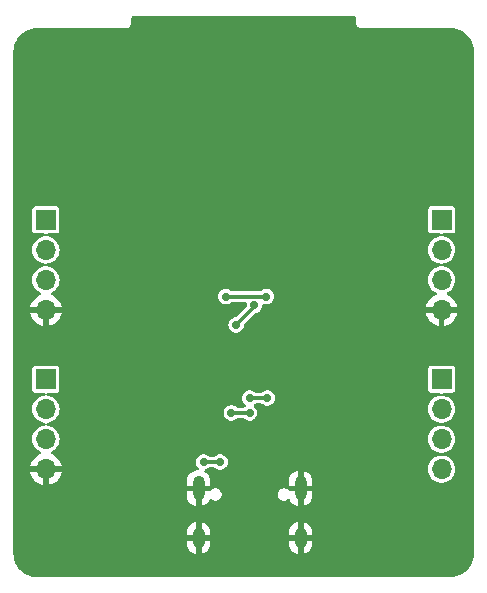
<source format=gbr>
%TF.GenerationSoftware,KiCad,Pcbnew,8.0.6*%
%TF.CreationDate,2024-11-08T16:37:23+02:00*%
%TF.ProjectId,MiniBit,4d696e69-4269-4742-9e6b-696361645f70,1.0*%
%TF.SameCoordinates,Original*%
%TF.FileFunction,Copper,L2,Bot*%
%TF.FilePolarity,Positive*%
%FSLAX46Y46*%
G04 Gerber Fmt 4.6, Leading zero omitted, Abs format (unit mm)*
G04 Created by KiCad (PCBNEW 8.0.6) date 2024-11-08 16:37:23*
%MOMM*%
%LPD*%
G01*
G04 APERTURE LIST*
%TA.AperFunction,ComponentPad*%
%ADD10R,1.700000X1.700000*%
%TD*%
%TA.AperFunction,ComponentPad*%
%ADD11O,1.700000X1.700000*%
%TD*%
%TA.AperFunction,ComponentPad*%
%ADD12O,1.000000X2.100000*%
%TD*%
%TA.AperFunction,ComponentPad*%
%ADD13O,1.000000X1.800000*%
%TD*%
%TA.AperFunction,ViaPad*%
%ADD14C,0.700000*%
%TD*%
%TA.AperFunction,Conductor*%
%ADD15C,0.300000*%
%TD*%
G04 APERTURE END LIST*
D10*
%TO.P,J1,1,Pin_1*%
%TO.N,+3.3V*%
X131250000Y-101006250D03*
D11*
%TO.P,J1,2,Pin_2*%
%TO.N,SDA*%
X131250000Y-103546250D03*
%TO.P,J1,3,Pin_3*%
%TO.N,SCL*%
X131250000Y-106086250D03*
%TO.P,J1,4,Pin_4*%
%TO.N,GND*%
X131250000Y-108626250D03*
%TD*%
D10*
%TO.P,J3,1,Pin_1*%
%TO.N,TCK*%
X164750000Y-101006250D03*
D11*
%TO.P,J3,2,Pin_2*%
%TO.N,TDO*%
X164750000Y-103546250D03*
%TO.P,J3,3,Pin_3*%
%TO.N,TDI*%
X164750000Y-106086250D03*
%TO.P,J3,4,Pin_4*%
%TO.N,TMS*%
X164750000Y-108626250D03*
%TD*%
D10*
%TO.P,J4,1,Pin_1*%
%TO.N,+3.3V*%
X131250000Y-87506250D03*
D11*
%TO.P,J4,2,Pin_2*%
%TO.N,IO4*%
X131250000Y-90046250D03*
%TO.P,J4,3,Pin_3*%
%TO.N,IO5*%
X131250000Y-92586250D03*
%TO.P,J4,4,Pin_4*%
%TO.N,GND*%
X131250000Y-95126250D03*
%TD*%
D10*
%TO.P,J2,1,Pin_1*%
%TO.N,+3.3V*%
X164750000Y-87506250D03*
D11*
%TO.P,J2,2,Pin_2*%
%TO.N,RX*%
X164750000Y-90046250D03*
%TO.P,J2,3,Pin_3*%
%TO.N,TX*%
X164750000Y-92586250D03*
%TO.P,J2,4,Pin_4*%
%TO.N,GND*%
X164750000Y-95126250D03*
%TD*%
D12*
%TO.P,J5,S1,SHIELD*%
%TO.N,GND*%
X144180000Y-110251250D03*
D13*
X144180000Y-114431250D03*
D12*
X152820000Y-110251250D03*
D13*
X152820000Y-114431250D03*
%TD*%
D14*
%TO.N,GND*%
X153800000Y-73556250D03*
X144900000Y-77756250D03*
X142750000Y-101256250D03*
X160500000Y-78256250D03*
X148250000Y-101506250D03*
X139500000Y-70856250D03*
X141000000Y-86156250D03*
X156300000Y-70856250D03*
X142750000Y-104256250D03*
X136250000Y-81006250D03*
X145000000Y-92256250D03*
X142250000Y-88006250D03*
X142000000Y-71856250D03*
X147900000Y-80856250D03*
X149500000Y-74756250D03*
X150900000Y-77856250D03*
X155000000Y-86356250D03*
X157000000Y-73756250D03*
X139000000Y-77256250D03*
X143250000Y-97506250D03*
X153900000Y-74456250D03*
X146200000Y-74756250D03*
X151500000Y-92256250D03*
X147900000Y-74756250D03*
X142000000Y-72756250D03*
X146300000Y-80756250D03*
X150900000Y-79456250D03*
%TO.N,+3.3V*%
X149900000Y-94006250D03*
X146500000Y-94006250D03*
%TO.N,VBUS*%
X146000000Y-108006250D03*
X144600000Y-108006250D03*
%TO.N,USB_D+*%
X147350000Y-96400000D03*
X148900000Y-94750000D03*
%TO.N,D-*%
X148500000Y-103850000D03*
X146950000Y-103850000D03*
%TO.N,D+*%
X148500000Y-102600000D03*
X150000000Y-102600000D03*
%TD*%
D15*
%TO.N,+3.3V*%
X146500000Y-94006250D02*
X149900000Y-94006250D01*
%TO.N,VBUS*%
X146000000Y-108006250D02*
X144600000Y-108006250D01*
%TO.N,USB_D+*%
X148900000Y-94750000D02*
X148900000Y-94850000D01*
X148900000Y-94850000D02*
X147350000Y-96400000D01*
%TO.N,D-*%
X146950000Y-103850000D02*
X148500000Y-103850000D01*
%TO.N,D+*%
X150000000Y-102600000D02*
X148500000Y-102600000D01*
%TD*%
%TA.AperFunction,Conductor*%
%TO.N,GND*%
G36*
X157442539Y-70275935D02*
G01*
X157488294Y-70328739D01*
X157499500Y-70380250D01*
X157499500Y-70822141D01*
X157533608Y-70949437D01*
X157566554Y-71006500D01*
X157599500Y-71063564D01*
X157692686Y-71156750D01*
X157806814Y-71222642D01*
X157934108Y-71256750D01*
X158065892Y-71256750D01*
X165434108Y-71256750D01*
X165495933Y-71256750D01*
X165504043Y-71257015D01*
X165752892Y-71273325D01*
X165768950Y-71275440D01*
X166009540Y-71323297D01*
X166025184Y-71327488D01*
X166257471Y-71406340D01*
X166272452Y-71412546D01*
X166492447Y-71521037D01*
X166506490Y-71529145D01*
X166710446Y-71665428D01*
X166723313Y-71675301D01*
X166907727Y-71837029D01*
X166919197Y-71848499D01*
X167080901Y-72032891D01*
X167080928Y-72032921D01*
X167090802Y-72045790D01*
X167227071Y-72249738D01*
X167235181Y-72263785D01*
X167343666Y-72483780D01*
X167349873Y-72498765D01*
X167428716Y-72731039D01*
X167432914Y-72746707D01*
X167480763Y-72987283D01*
X167482880Y-73003365D01*
X167499234Y-73252957D01*
X167499499Y-73261066D01*
X167499498Y-73330755D01*
X167499500Y-73330784D01*
X167499500Y-115682750D01*
X167499498Y-115682784D01*
X167499499Y-115752196D01*
X167499234Y-115760305D01*
X167482930Y-116009141D01*
X167480813Y-116025224D01*
X167432961Y-116265808D01*
X167428763Y-116281474D01*
X167349921Y-116513750D01*
X167343714Y-116528736D01*
X167235225Y-116748738D01*
X167227115Y-116762785D01*
X167090841Y-116966739D01*
X167080967Y-116979608D01*
X166919231Y-117164036D01*
X166907762Y-117175505D01*
X166723343Y-117337240D01*
X166710474Y-117347115D01*
X166506518Y-117483396D01*
X166492471Y-117491506D01*
X166272473Y-117599998D01*
X166257488Y-117606205D01*
X166025210Y-117685054D01*
X166009543Y-117689252D01*
X165768967Y-117737107D01*
X165752885Y-117739225D01*
X165504806Y-117755485D01*
X165496696Y-117755750D01*
X130504067Y-117755750D01*
X130495957Y-117755484D01*
X130247119Y-117739174D01*
X130231038Y-117737057D01*
X130105491Y-117712084D01*
X129990470Y-117689204D01*
X129974803Y-117685007D01*
X129742530Y-117606159D01*
X129727545Y-117599952D01*
X129507557Y-117491465D01*
X129493509Y-117483354D01*
X129289553Y-117347071D01*
X129276686Y-117337198D01*
X129092272Y-117175470D01*
X129080802Y-117164000D01*
X129042486Y-117120308D01*
X128919067Y-116979573D01*
X128909201Y-116966714D01*
X128772927Y-116762760D01*
X128764818Y-116748714D01*
X128656333Y-116528719D01*
X128650126Y-116513734D01*
X128571283Y-116281460D01*
X128567085Y-116265792D01*
X128559225Y-116226272D01*
X128519234Y-116025207D01*
X128517120Y-116009141D01*
X128500764Y-115759540D01*
X128500500Y-115751431D01*
X128500502Y-115690368D01*
X128500500Y-115690363D01*
X128500501Y-115682784D01*
X128500500Y-115682750D01*
X128500500Y-113932754D01*
X143180000Y-113932754D01*
X143180000Y-114181250D01*
X143880000Y-114181250D01*
X143880000Y-114681250D01*
X143180000Y-114681250D01*
X143180000Y-114929745D01*
X143218427Y-115122931D01*
X143218430Y-115122943D01*
X143293807Y-115304921D01*
X143293814Y-115304934D01*
X143403248Y-115468712D01*
X143403251Y-115468716D01*
X143542533Y-115607998D01*
X143542537Y-115608001D01*
X143706315Y-115717435D01*
X143706328Y-115717442D01*
X143888308Y-115792819D01*
X143930000Y-115801112D01*
X143930000Y-114998238D01*
X143939940Y-115015455D01*
X143995795Y-115071310D01*
X144064204Y-115110806D01*
X144140504Y-115131250D01*
X144219496Y-115131250D01*
X144295796Y-115110806D01*
X144364205Y-115071310D01*
X144420060Y-115015455D01*
X144430000Y-114998238D01*
X144430000Y-115801112D01*
X144471690Y-115792819D01*
X144471692Y-115792819D01*
X144653671Y-115717442D01*
X144653684Y-115717435D01*
X144817462Y-115608001D01*
X144817466Y-115607998D01*
X144956748Y-115468716D01*
X144956751Y-115468712D01*
X145066185Y-115304934D01*
X145066192Y-115304921D01*
X145141569Y-115122943D01*
X145141572Y-115122931D01*
X145179999Y-114929745D01*
X145180000Y-114929742D01*
X145180000Y-114681250D01*
X144480000Y-114681250D01*
X144480000Y-114181250D01*
X145180000Y-114181250D01*
X145180000Y-113932758D01*
X145179999Y-113932754D01*
X151820000Y-113932754D01*
X151820000Y-114181250D01*
X152520000Y-114181250D01*
X152520000Y-114681250D01*
X151820000Y-114681250D01*
X151820000Y-114929745D01*
X151858427Y-115122931D01*
X151858430Y-115122943D01*
X151933807Y-115304921D01*
X151933814Y-115304934D01*
X152043248Y-115468712D01*
X152043251Y-115468716D01*
X152182533Y-115607998D01*
X152182537Y-115608001D01*
X152346315Y-115717435D01*
X152346328Y-115717442D01*
X152528308Y-115792819D01*
X152570000Y-115801112D01*
X152570000Y-114998238D01*
X152579940Y-115015455D01*
X152635795Y-115071310D01*
X152704204Y-115110806D01*
X152780504Y-115131250D01*
X152859496Y-115131250D01*
X152935796Y-115110806D01*
X153004205Y-115071310D01*
X153060060Y-115015455D01*
X153070000Y-114998238D01*
X153070000Y-115801112D01*
X153111690Y-115792819D01*
X153111692Y-115792819D01*
X153293671Y-115717442D01*
X153293684Y-115717435D01*
X153457462Y-115608001D01*
X153457466Y-115607998D01*
X153596748Y-115468716D01*
X153596751Y-115468712D01*
X153706185Y-115304934D01*
X153706192Y-115304921D01*
X153781569Y-115122943D01*
X153781572Y-115122931D01*
X153819999Y-114929745D01*
X153820000Y-114929742D01*
X153820000Y-114681250D01*
X153120000Y-114681250D01*
X153120000Y-114181250D01*
X153820000Y-114181250D01*
X153820000Y-113932758D01*
X153819999Y-113932754D01*
X153781572Y-113739568D01*
X153781569Y-113739556D01*
X153706192Y-113557578D01*
X153706185Y-113557565D01*
X153596751Y-113393787D01*
X153596748Y-113393783D01*
X153457466Y-113254501D01*
X153457462Y-113254498D01*
X153293684Y-113145064D01*
X153293671Y-113145057D01*
X153111691Y-113069679D01*
X153111683Y-113069677D01*
X153070000Y-113061385D01*
X153070000Y-113864261D01*
X153060060Y-113847045D01*
X153004205Y-113791190D01*
X152935796Y-113751694D01*
X152859496Y-113731250D01*
X152780504Y-113731250D01*
X152704204Y-113751694D01*
X152635795Y-113791190D01*
X152579940Y-113847045D01*
X152570000Y-113864261D01*
X152570000Y-113061386D01*
X152569999Y-113061385D01*
X152528316Y-113069677D01*
X152528308Y-113069679D01*
X152346328Y-113145057D01*
X152346315Y-113145064D01*
X152182537Y-113254498D01*
X152182533Y-113254501D01*
X152043251Y-113393783D01*
X152043248Y-113393787D01*
X151933814Y-113557565D01*
X151933807Y-113557578D01*
X151858430Y-113739556D01*
X151858427Y-113739568D01*
X151820000Y-113932754D01*
X145179999Y-113932754D01*
X145141572Y-113739568D01*
X145141569Y-113739556D01*
X145066192Y-113557578D01*
X145066185Y-113557565D01*
X144956751Y-113393787D01*
X144956748Y-113393783D01*
X144817466Y-113254501D01*
X144817462Y-113254498D01*
X144653684Y-113145064D01*
X144653671Y-113145057D01*
X144471691Y-113069679D01*
X144471683Y-113069677D01*
X144430000Y-113061385D01*
X144430000Y-113864261D01*
X144420060Y-113847045D01*
X144364205Y-113791190D01*
X144295796Y-113751694D01*
X144219496Y-113731250D01*
X144140504Y-113731250D01*
X144064204Y-113751694D01*
X143995795Y-113791190D01*
X143939940Y-113847045D01*
X143930000Y-113864261D01*
X143930000Y-113061386D01*
X143929999Y-113061385D01*
X143888316Y-113069677D01*
X143888308Y-113069679D01*
X143706328Y-113145057D01*
X143706315Y-113145064D01*
X143542537Y-113254498D01*
X143542533Y-113254501D01*
X143403251Y-113393783D01*
X143403248Y-113393787D01*
X143293814Y-113557565D01*
X143293807Y-113557578D01*
X143218430Y-113739556D01*
X143218427Y-113739568D01*
X143180000Y-113932754D01*
X128500500Y-113932754D01*
X128500500Y-108376249D01*
X129919364Y-108376249D01*
X129919364Y-108376250D01*
X130816988Y-108376250D01*
X130784075Y-108433257D01*
X130750000Y-108560424D01*
X130750000Y-108692076D01*
X130784075Y-108819243D01*
X130816988Y-108876250D01*
X129919364Y-108876250D01*
X129976567Y-109089736D01*
X129976570Y-109089742D01*
X130076399Y-109303828D01*
X130211894Y-109497332D01*
X130378917Y-109664355D01*
X130572421Y-109799850D01*
X130786507Y-109899679D01*
X130786516Y-109899683D01*
X131000000Y-109956884D01*
X131000000Y-109059262D01*
X131057007Y-109092175D01*
X131184174Y-109126250D01*
X131315826Y-109126250D01*
X131442993Y-109092175D01*
X131500000Y-109059262D01*
X131500000Y-109956883D01*
X131713483Y-109899683D01*
X131713492Y-109899679D01*
X131927578Y-109799850D01*
X132121082Y-109664355D01*
X132182683Y-109602754D01*
X143180000Y-109602754D01*
X143180000Y-110001250D01*
X143880000Y-110001250D01*
X143880000Y-110501250D01*
X143180000Y-110501250D01*
X143180000Y-110899745D01*
X143218427Y-111092931D01*
X143218430Y-111092943D01*
X143293807Y-111274921D01*
X143293814Y-111274934D01*
X143403248Y-111438712D01*
X143403251Y-111438716D01*
X143542533Y-111577998D01*
X143542537Y-111578001D01*
X143706315Y-111687435D01*
X143706328Y-111687442D01*
X143888308Y-111762819D01*
X143930000Y-111771112D01*
X143930000Y-110968238D01*
X143939940Y-110985455D01*
X143995795Y-111041310D01*
X144064204Y-111080806D01*
X144140504Y-111101250D01*
X144219496Y-111101250D01*
X144295796Y-111080806D01*
X144364205Y-111041310D01*
X144420060Y-110985455D01*
X144430000Y-110968238D01*
X144430000Y-111771112D01*
X144471690Y-111762819D01*
X144471692Y-111762819D01*
X144653671Y-111687442D01*
X144653684Y-111687435D01*
X144817462Y-111578001D01*
X144817466Y-111577998D01*
X144956748Y-111438716D01*
X144956751Y-111438712D01*
X145066185Y-111274934D01*
X145066190Y-111274924D01*
X145092480Y-111211453D01*
X145136320Y-111157048D01*
X145202614Y-111134982D01*
X145270313Y-111152260D01*
X145283933Y-111162840D01*
X145284328Y-111162326D01*
X145290768Y-111167267D01*
X145290774Y-111167273D01*
X145320725Y-111184565D01*
X145409322Y-111235717D01*
X145409323Y-111235717D01*
X145409326Y-111235719D01*
X145541554Y-111271150D01*
X145541556Y-111271150D01*
X145678444Y-111271150D01*
X145678446Y-111271150D01*
X145810674Y-111235719D01*
X145929226Y-111167273D01*
X146026023Y-111070476D01*
X146094469Y-110951924D01*
X146129900Y-110819696D01*
X146129900Y-110682804D01*
X150870100Y-110682804D01*
X150870100Y-110819696D01*
X150905531Y-110951924D01*
X150905532Y-110951927D01*
X150924890Y-110985455D01*
X150973977Y-111070476D01*
X151070774Y-111167273D01*
X151100725Y-111184565D01*
X151189322Y-111235717D01*
X151189323Y-111235717D01*
X151189326Y-111235719D01*
X151321554Y-111271150D01*
X151321556Y-111271150D01*
X151458444Y-111271150D01*
X151458446Y-111271150D01*
X151590674Y-111235719D01*
X151709226Y-111167273D01*
X151709234Y-111167264D01*
X151715672Y-111162326D01*
X151717416Y-111164598D01*
X151766565Y-111137744D01*
X151836258Y-111142709D01*
X151892203Y-111184565D01*
X151907518Y-111211451D01*
X151933807Y-111274922D01*
X151933814Y-111274934D01*
X152043248Y-111438712D01*
X152043251Y-111438716D01*
X152182533Y-111577998D01*
X152182537Y-111578001D01*
X152346315Y-111687435D01*
X152346328Y-111687442D01*
X152528308Y-111762819D01*
X152570000Y-111771112D01*
X152570000Y-110968238D01*
X152579940Y-110985455D01*
X152635795Y-111041310D01*
X152704204Y-111080806D01*
X152780504Y-111101250D01*
X152859496Y-111101250D01*
X152935796Y-111080806D01*
X153004205Y-111041310D01*
X153060060Y-110985455D01*
X153070000Y-110968238D01*
X153070000Y-111771112D01*
X153111690Y-111762819D01*
X153111692Y-111762819D01*
X153293671Y-111687442D01*
X153293684Y-111687435D01*
X153457462Y-111578001D01*
X153457466Y-111577998D01*
X153596748Y-111438716D01*
X153596751Y-111438712D01*
X153706185Y-111274934D01*
X153706192Y-111274921D01*
X153781569Y-111092943D01*
X153781572Y-111092931D01*
X153819999Y-110899745D01*
X153820000Y-110899742D01*
X153820000Y-110501250D01*
X153120000Y-110501250D01*
X153120000Y-110001250D01*
X153820000Y-110001250D01*
X153820000Y-109602758D01*
X153819999Y-109602754D01*
X153781572Y-109409568D01*
X153781569Y-109409556D01*
X153706192Y-109227578D01*
X153706185Y-109227565D01*
X153596751Y-109063787D01*
X153596748Y-109063783D01*
X153457466Y-108924501D01*
X153457462Y-108924498D01*
X153293684Y-108815064D01*
X153293671Y-108815057D01*
X153111691Y-108739679D01*
X153111683Y-108739677D01*
X153070000Y-108731385D01*
X153070000Y-109534261D01*
X153060060Y-109517045D01*
X153004205Y-109461190D01*
X152935796Y-109421694D01*
X152859496Y-109401250D01*
X152780504Y-109401250D01*
X152704204Y-109421694D01*
X152635795Y-109461190D01*
X152579940Y-109517045D01*
X152570000Y-109534261D01*
X152570000Y-108731386D01*
X152569999Y-108731385D01*
X152528316Y-108739677D01*
X152528308Y-108739679D01*
X152346328Y-108815057D01*
X152346315Y-108815064D01*
X152182537Y-108924498D01*
X152182533Y-108924501D01*
X152043251Y-109063783D01*
X152043248Y-109063787D01*
X151933814Y-109227565D01*
X151933807Y-109227578D01*
X151858430Y-109409556D01*
X151858427Y-109409568D01*
X151820000Y-109602754D01*
X151820000Y-110001250D01*
X152520000Y-110001250D01*
X152520000Y-110501250D01*
X151917582Y-110501250D01*
X151850543Y-110481565D01*
X151810196Y-110439252D01*
X151806023Y-110432024D01*
X151709226Y-110335227D01*
X151674003Y-110314891D01*
X151590677Y-110266782D01*
X151590678Y-110266782D01*
X151575051Y-110262594D01*
X151458446Y-110231350D01*
X151321554Y-110231350D01*
X151204948Y-110262594D01*
X151189322Y-110266782D01*
X151070777Y-110335225D01*
X151070771Y-110335229D01*
X150973979Y-110432021D01*
X150973975Y-110432027D01*
X150905532Y-110550572D01*
X150905531Y-110550576D01*
X150870100Y-110682804D01*
X146129900Y-110682804D01*
X146094469Y-110550576D01*
X146026023Y-110432024D01*
X145929226Y-110335227D01*
X145894003Y-110314891D01*
X145810677Y-110266782D01*
X145810678Y-110266782D01*
X145795051Y-110262594D01*
X145678446Y-110231350D01*
X145541554Y-110231350D01*
X145424948Y-110262594D01*
X145409322Y-110266782D01*
X145290777Y-110335225D01*
X145290771Y-110335229D01*
X145193979Y-110432021D01*
X145193977Y-110432024D01*
X145189803Y-110439252D01*
X145139238Y-110487466D01*
X145082418Y-110501250D01*
X144480000Y-110501250D01*
X144480000Y-110001250D01*
X145180000Y-110001250D01*
X145180000Y-109602758D01*
X145179999Y-109602754D01*
X145141572Y-109409568D01*
X145141569Y-109409556D01*
X145066192Y-109227578D01*
X145066185Y-109227565D01*
X144956751Y-109063787D01*
X144956748Y-109063783D01*
X144817466Y-108924501D01*
X144817462Y-108924498D01*
X144721201Y-108860178D01*
X144676396Y-108806566D01*
X144667689Y-108737241D01*
X144697844Y-108674213D01*
X144757287Y-108637494D01*
X144760418Y-108636679D01*
X144832365Y-108618946D01*
X144842762Y-108613489D01*
X144972240Y-108545533D01*
X145037256Y-108487933D01*
X145100490Y-108458213D01*
X145119483Y-108456750D01*
X145480517Y-108456750D01*
X145547556Y-108476435D01*
X145562741Y-108487932D01*
X145627760Y-108545533D01*
X145627762Y-108545534D01*
X145767634Y-108618946D01*
X145921014Y-108656750D01*
X145921015Y-108656750D01*
X146078985Y-108656750D01*
X146232365Y-108618946D01*
X146242762Y-108613489D01*
X146372240Y-108545533D01*
X146490483Y-108440780D01*
X146580220Y-108310773D01*
X146636237Y-108163068D01*
X146655278Y-108006250D01*
X146636237Y-107849432D01*
X146635634Y-107847843D01*
X146581157Y-107704198D01*
X146580220Y-107701727D01*
X146490483Y-107571720D01*
X146372240Y-107466967D01*
X146372238Y-107466966D01*
X146372237Y-107466965D01*
X146232365Y-107393553D01*
X146078986Y-107355750D01*
X146078985Y-107355750D01*
X145921015Y-107355750D01*
X145921014Y-107355750D01*
X145767634Y-107393553D01*
X145627762Y-107466965D01*
X145562744Y-107524566D01*
X145499510Y-107554287D01*
X145480517Y-107555750D01*
X145119483Y-107555750D01*
X145052444Y-107536065D01*
X145037256Y-107524566D01*
X145026378Y-107514929D01*
X144972240Y-107466967D01*
X144972238Y-107466966D01*
X144972237Y-107466965D01*
X144832365Y-107393553D01*
X144678986Y-107355750D01*
X144678985Y-107355750D01*
X144521015Y-107355750D01*
X144521014Y-107355750D01*
X144367634Y-107393553D01*
X144227762Y-107466965D01*
X144109516Y-107571721D01*
X144019781Y-107701725D01*
X144019780Y-107701726D01*
X143963762Y-107849431D01*
X143944722Y-108006249D01*
X143944722Y-108006250D01*
X143963762Y-108163068D01*
X143987687Y-108226151D01*
X144019780Y-108310773D01*
X144064648Y-108375776D01*
X144109516Y-108440779D01*
X144158793Y-108484434D01*
X144195920Y-108543624D01*
X144195152Y-108613489D01*
X144156735Y-108671849D01*
X144092864Y-108700174D01*
X144087557Y-108700524D01*
X144087570Y-108700653D01*
X144081504Y-108701250D01*
X143888318Y-108739677D01*
X143888306Y-108739680D01*
X143706328Y-108815057D01*
X143706315Y-108815064D01*
X143542537Y-108924498D01*
X143542533Y-108924501D01*
X143403251Y-109063783D01*
X143403248Y-109063787D01*
X143293814Y-109227565D01*
X143293807Y-109227578D01*
X143218430Y-109409556D01*
X143218427Y-109409568D01*
X143180000Y-109602754D01*
X132182683Y-109602754D01*
X132288105Y-109497332D01*
X132423600Y-109303828D01*
X132523429Y-109089742D01*
X132523432Y-109089736D01*
X132580636Y-108876250D01*
X131683012Y-108876250D01*
X131715925Y-108819243D01*
X131750000Y-108692076D01*
X131750000Y-108560424D01*
X131715925Y-108433257D01*
X131683012Y-108376250D01*
X132580636Y-108376250D01*
X132580635Y-108376249D01*
X132523432Y-108162763D01*
X132523429Y-108162757D01*
X132423600Y-107948672D01*
X132423599Y-107948670D01*
X132288113Y-107755176D01*
X132288108Y-107755170D01*
X132121082Y-107588144D01*
X131927578Y-107452649D01*
X131728426Y-107359783D01*
X131675987Y-107313610D01*
X131656835Y-107246417D01*
X131677051Y-107179536D01*
X131730216Y-107134201D01*
X131736005Y-107131787D01*
X131765019Y-107120548D01*
X131946302Y-107008302D01*
X132103872Y-106864657D01*
X132232366Y-106694505D01*
X132327405Y-106503639D01*
X132385756Y-106298560D01*
X132405429Y-106086250D01*
X132385756Y-105873940D01*
X132327405Y-105668861D01*
X132327403Y-105668856D01*
X132327403Y-105668855D01*
X132232367Y-105477996D01*
X132103872Y-105307843D01*
X131946302Y-105164198D01*
X131765019Y-105051952D01*
X131765017Y-105051951D01*
X131665608Y-105013440D01*
X131566198Y-104974929D01*
X131369385Y-104938138D01*
X131307106Y-104906471D01*
X131271833Y-104846158D01*
X131274767Y-104776350D01*
X131314976Y-104719210D01*
X131369384Y-104694361D01*
X131566198Y-104657571D01*
X131765019Y-104580548D01*
X131946302Y-104468302D01*
X132103872Y-104324657D01*
X132232366Y-104154505D01*
X132327405Y-103963639D01*
X132359739Y-103849999D01*
X146294722Y-103849999D01*
X146294722Y-103850000D01*
X146313762Y-104006818D01*
X146369772Y-104154503D01*
X146369780Y-104154523D01*
X146459517Y-104284530D01*
X146577760Y-104389283D01*
X146577762Y-104389284D01*
X146717634Y-104462696D01*
X146871014Y-104500500D01*
X146871015Y-104500500D01*
X147028985Y-104500500D01*
X147182365Y-104462696D01*
X147322240Y-104389283D01*
X147387256Y-104331683D01*
X147450490Y-104301963D01*
X147469483Y-104300500D01*
X147980517Y-104300500D01*
X148047556Y-104320185D01*
X148062741Y-104331682D01*
X148127760Y-104389283D01*
X148127762Y-104389284D01*
X148267634Y-104462696D01*
X148421014Y-104500500D01*
X148421015Y-104500500D01*
X148578985Y-104500500D01*
X148732365Y-104462696D01*
X148872240Y-104389283D01*
X148990483Y-104284530D01*
X149080220Y-104154523D01*
X149136237Y-104006818D01*
X149155278Y-103850000D01*
X149136237Y-103693182D01*
X149080513Y-103546249D01*
X163594571Y-103546249D01*
X163594571Y-103546250D01*
X163614244Y-103758560D01*
X163672596Y-103963642D01*
X163672596Y-103963644D01*
X163767632Y-104154503D01*
X163865825Y-104284530D01*
X163896128Y-104324657D01*
X164053698Y-104468302D01*
X164234981Y-104580548D01*
X164433802Y-104657571D01*
X164630613Y-104694361D01*
X164692893Y-104726029D01*
X164728166Y-104786342D01*
X164725232Y-104856150D01*
X164685023Y-104913290D01*
X164630613Y-104938138D01*
X164433802Y-104974929D01*
X164433799Y-104974929D01*
X164433799Y-104974930D01*
X164234982Y-105051951D01*
X164234980Y-105051952D01*
X164053699Y-105164197D01*
X163896127Y-105307843D01*
X163767632Y-105477996D01*
X163672596Y-105668855D01*
X163672596Y-105668857D01*
X163614244Y-105873939D01*
X163594571Y-106086249D01*
X163594571Y-106086250D01*
X163614244Y-106298560D01*
X163672596Y-106503642D01*
X163672596Y-106503644D01*
X163767632Y-106694503D01*
X163767634Y-106694505D01*
X163896128Y-106864657D01*
X164053698Y-107008302D01*
X164234981Y-107120548D01*
X164433802Y-107197571D01*
X164630613Y-107234361D01*
X164692893Y-107266029D01*
X164728166Y-107326342D01*
X164725232Y-107396150D01*
X164685023Y-107453290D01*
X164630613Y-107478138D01*
X164433802Y-107514929D01*
X164433799Y-107514929D01*
X164433799Y-107514930D01*
X164234982Y-107591951D01*
X164234980Y-107591952D01*
X164053699Y-107704197D01*
X163896127Y-107847843D01*
X163767632Y-108017996D01*
X163672596Y-108208855D01*
X163672596Y-108208857D01*
X163614244Y-108413939D01*
X163600671Y-108560424D01*
X163594571Y-108626250D01*
X163614244Y-108838560D01*
X163667675Y-109026349D01*
X163672596Y-109043642D01*
X163672596Y-109043644D01*
X163767632Y-109234503D01*
X163893555Y-109401250D01*
X163896128Y-109404657D01*
X164053698Y-109548302D01*
X164234981Y-109660548D01*
X164433802Y-109737571D01*
X164643390Y-109776750D01*
X164643392Y-109776750D01*
X164856608Y-109776750D01*
X164856610Y-109776750D01*
X165066198Y-109737571D01*
X165265019Y-109660548D01*
X165446302Y-109548302D01*
X165603872Y-109404657D01*
X165732366Y-109234505D01*
X165786270Y-109126250D01*
X165827403Y-109043644D01*
X165827403Y-109043643D01*
X165827405Y-109043639D01*
X165885756Y-108838560D01*
X165905429Y-108626250D01*
X165885756Y-108413940D01*
X165827405Y-108208861D01*
X165827403Y-108208856D01*
X165827403Y-108208855D01*
X165732367Y-108017996D01*
X165603872Y-107847843D01*
X165446302Y-107704198D01*
X165265019Y-107591952D01*
X165265017Y-107591951D01*
X165091074Y-107524566D01*
X165066198Y-107514929D01*
X164869385Y-107478138D01*
X164807106Y-107446471D01*
X164771833Y-107386158D01*
X164774767Y-107316350D01*
X164814976Y-107259210D01*
X164869384Y-107234361D01*
X165066198Y-107197571D01*
X165265019Y-107120548D01*
X165446302Y-107008302D01*
X165603872Y-106864657D01*
X165732366Y-106694505D01*
X165827405Y-106503639D01*
X165885756Y-106298560D01*
X165905429Y-106086250D01*
X165885756Y-105873940D01*
X165827405Y-105668861D01*
X165827403Y-105668856D01*
X165827403Y-105668855D01*
X165732367Y-105477996D01*
X165603872Y-105307843D01*
X165446302Y-105164198D01*
X165265019Y-105051952D01*
X165265017Y-105051951D01*
X165165608Y-105013440D01*
X165066198Y-104974929D01*
X164869385Y-104938138D01*
X164807106Y-104906471D01*
X164771833Y-104846158D01*
X164774767Y-104776350D01*
X164814976Y-104719210D01*
X164869384Y-104694361D01*
X165066198Y-104657571D01*
X165265019Y-104580548D01*
X165446302Y-104468302D01*
X165603872Y-104324657D01*
X165732366Y-104154505D01*
X165827405Y-103963639D01*
X165885756Y-103758560D01*
X165905429Y-103546250D01*
X165885756Y-103333940D01*
X165827405Y-103128861D01*
X165827403Y-103128856D01*
X165827403Y-103128855D01*
X165732367Y-102937996D01*
X165603872Y-102767843D01*
X165591778Y-102756818D01*
X165446302Y-102624198D01*
X165265019Y-102511952D01*
X165265017Y-102511951D01*
X165165608Y-102473440D01*
X165066198Y-102434929D01*
X164893456Y-102402637D01*
X164831176Y-102370969D01*
X164795903Y-102310657D01*
X164798837Y-102240849D01*
X164839046Y-102183709D01*
X164903764Y-102157378D01*
X164916233Y-102156749D01*
X165644864Y-102156749D01*
X165644879Y-102156747D01*
X165644882Y-102156747D01*
X165669987Y-102153836D01*
X165669988Y-102153835D01*
X165669991Y-102153835D01*
X165772765Y-102108456D01*
X165852206Y-102029015D01*
X165897585Y-101926241D01*
X165900500Y-101901115D01*
X165900499Y-100111386D01*
X165900497Y-100111367D01*
X165897586Y-100086262D01*
X165897585Y-100086260D01*
X165897585Y-100086259D01*
X165852206Y-99983485D01*
X165772765Y-99904044D01*
X165772763Y-99904043D01*
X165669992Y-99858665D01*
X165644865Y-99855750D01*
X163855143Y-99855750D01*
X163855117Y-99855752D01*
X163830012Y-99858663D01*
X163830008Y-99858665D01*
X163727235Y-99904043D01*
X163647794Y-99983484D01*
X163602415Y-100086256D01*
X163602415Y-100086258D01*
X163599500Y-100111381D01*
X163599500Y-101901106D01*
X163599502Y-101901132D01*
X163602413Y-101926237D01*
X163602415Y-101926241D01*
X163647793Y-102029014D01*
X163647794Y-102029015D01*
X163727235Y-102108456D01*
X163830009Y-102153835D01*
X163855135Y-102156750D01*
X164583758Y-102156749D01*
X164650795Y-102176433D01*
X164696550Y-102229237D01*
X164706494Y-102298396D01*
X164677469Y-102361952D01*
X164618691Y-102399726D01*
X164606542Y-102402638D01*
X164550116Y-102413185D01*
X164433802Y-102434929D01*
X164433800Y-102434929D01*
X164433798Y-102434930D01*
X164234982Y-102511951D01*
X164234980Y-102511952D01*
X164053699Y-102624197D01*
X163896127Y-102767843D01*
X163767632Y-102937996D01*
X163672596Y-103128855D01*
X163672596Y-103128857D01*
X163614244Y-103333939D01*
X163594571Y-103546249D01*
X149080513Y-103546249D01*
X149080220Y-103545477D01*
X148990483Y-103415470D01*
X148990482Y-103415468D01*
X148880253Y-103317816D01*
X148843126Y-103258627D01*
X148843892Y-103188761D01*
X148880253Y-103132184D01*
X148884009Y-103128857D01*
X148891346Y-103122356D01*
X148937257Y-103081684D01*
X149000490Y-103051963D01*
X149019483Y-103050500D01*
X149480517Y-103050500D01*
X149547556Y-103070185D01*
X149562741Y-103081682D01*
X149627760Y-103139283D01*
X149627762Y-103139284D01*
X149767634Y-103212696D01*
X149921014Y-103250500D01*
X149921015Y-103250500D01*
X150078985Y-103250500D01*
X150232365Y-103212696D01*
X150372240Y-103139283D01*
X150490483Y-103034530D01*
X150580220Y-102904523D01*
X150636237Y-102756818D01*
X150655278Y-102600000D01*
X150636237Y-102443182D01*
X150633107Y-102434930D01*
X150608850Y-102370969D01*
X150580220Y-102295477D01*
X150490483Y-102165470D01*
X150372240Y-102060717D01*
X150372238Y-102060716D01*
X150372237Y-102060715D01*
X150232365Y-101987303D01*
X150078986Y-101949500D01*
X150078985Y-101949500D01*
X149921015Y-101949500D01*
X149921014Y-101949500D01*
X149767634Y-101987303D01*
X149627762Y-102060715D01*
X149627760Y-102060717D01*
X149573874Y-102108456D01*
X149562744Y-102118316D01*
X149499510Y-102148037D01*
X149480517Y-102149500D01*
X149019483Y-102149500D01*
X148952444Y-102129815D01*
X148937256Y-102118316D01*
X148872240Y-102060717D01*
X148872238Y-102060716D01*
X148872237Y-102060715D01*
X148732365Y-101987303D01*
X148578986Y-101949500D01*
X148578985Y-101949500D01*
X148421015Y-101949500D01*
X148421014Y-101949500D01*
X148267634Y-101987303D01*
X148127762Y-102060715D01*
X148127760Y-102060717D01*
X148022652Y-102153834D01*
X148009516Y-102165471D01*
X147919781Y-102295475D01*
X147919780Y-102295476D01*
X147863762Y-102443181D01*
X147844722Y-102599999D01*
X147844722Y-102600000D01*
X147863762Y-102756818D01*
X147919780Y-102904523D01*
X147919781Y-102904524D01*
X148009517Y-103034531D01*
X148062743Y-103081684D01*
X148115991Y-103128857D01*
X148119746Y-103132183D01*
X148156873Y-103191372D01*
X148156107Y-103261238D01*
X148119748Y-103317814D01*
X148062745Y-103368315D01*
X147999512Y-103398036D01*
X147980517Y-103399500D01*
X147469483Y-103399500D01*
X147402444Y-103379815D01*
X147387256Y-103368316D01*
X147387255Y-103368315D01*
X147322240Y-103310717D01*
X147322238Y-103310716D01*
X147322237Y-103310715D01*
X147182365Y-103237303D01*
X147028986Y-103199500D01*
X147028985Y-103199500D01*
X146871015Y-103199500D01*
X146871014Y-103199500D01*
X146717634Y-103237303D01*
X146577762Y-103310715D01*
X146459516Y-103415471D01*
X146369781Y-103545475D01*
X146369780Y-103545476D01*
X146313762Y-103693181D01*
X146294722Y-103849999D01*
X132359739Y-103849999D01*
X132385756Y-103758560D01*
X132405429Y-103546250D01*
X132385756Y-103333940D01*
X132327405Y-103128861D01*
X132327403Y-103128856D01*
X132327403Y-103128855D01*
X132232367Y-102937996D01*
X132103872Y-102767843D01*
X132091778Y-102756818D01*
X131946302Y-102624198D01*
X131765019Y-102511952D01*
X131765017Y-102511951D01*
X131665608Y-102473440D01*
X131566198Y-102434929D01*
X131393456Y-102402637D01*
X131331176Y-102370969D01*
X131295903Y-102310657D01*
X131298837Y-102240849D01*
X131339046Y-102183709D01*
X131403764Y-102157378D01*
X131416233Y-102156749D01*
X132144864Y-102156749D01*
X132144879Y-102156747D01*
X132144882Y-102156747D01*
X132169987Y-102153836D01*
X132169988Y-102153835D01*
X132169991Y-102153835D01*
X132272765Y-102108456D01*
X132352206Y-102029015D01*
X132397585Y-101926241D01*
X132400500Y-101901115D01*
X132400499Y-100111386D01*
X132400497Y-100111367D01*
X132397586Y-100086262D01*
X132397585Y-100086260D01*
X132397585Y-100086259D01*
X132352206Y-99983485D01*
X132272765Y-99904044D01*
X132272763Y-99904043D01*
X132169992Y-99858665D01*
X132144865Y-99855750D01*
X130355143Y-99855750D01*
X130355117Y-99855752D01*
X130330012Y-99858663D01*
X130330008Y-99858665D01*
X130227235Y-99904043D01*
X130147794Y-99983484D01*
X130102415Y-100086256D01*
X130102415Y-100086258D01*
X130099500Y-100111381D01*
X130099500Y-101901106D01*
X130099502Y-101901132D01*
X130102413Y-101926237D01*
X130102415Y-101926241D01*
X130147793Y-102029014D01*
X130147794Y-102029015D01*
X130227235Y-102108456D01*
X130330009Y-102153835D01*
X130355135Y-102156750D01*
X131083758Y-102156749D01*
X131150795Y-102176433D01*
X131196550Y-102229237D01*
X131206494Y-102298396D01*
X131177469Y-102361952D01*
X131118691Y-102399726D01*
X131106542Y-102402638D01*
X131050116Y-102413185D01*
X130933802Y-102434929D01*
X130933800Y-102434929D01*
X130933798Y-102434930D01*
X130734982Y-102511951D01*
X130734980Y-102511952D01*
X130553699Y-102624197D01*
X130396127Y-102767843D01*
X130267632Y-102937996D01*
X130172596Y-103128855D01*
X130172596Y-103128857D01*
X130114244Y-103333939D01*
X130094571Y-103546249D01*
X130094571Y-103546250D01*
X130114244Y-103758560D01*
X130172596Y-103963642D01*
X130172596Y-103963644D01*
X130267632Y-104154503D01*
X130365825Y-104284530D01*
X130396128Y-104324657D01*
X130553698Y-104468302D01*
X130734981Y-104580548D01*
X130933802Y-104657571D01*
X131130613Y-104694361D01*
X131192893Y-104726029D01*
X131228166Y-104786342D01*
X131225232Y-104856150D01*
X131185023Y-104913290D01*
X131130613Y-104938138D01*
X130933802Y-104974929D01*
X130933799Y-104974929D01*
X130933799Y-104974930D01*
X130734982Y-105051951D01*
X130734980Y-105051952D01*
X130553699Y-105164197D01*
X130396127Y-105307843D01*
X130267632Y-105477996D01*
X130172596Y-105668855D01*
X130172596Y-105668857D01*
X130114244Y-105873939D01*
X130094571Y-106086249D01*
X130094571Y-106086250D01*
X130114244Y-106298560D01*
X130172596Y-106503642D01*
X130172596Y-106503644D01*
X130267632Y-106694503D01*
X130267634Y-106694505D01*
X130396128Y-106864657D01*
X130553698Y-107008302D01*
X130734981Y-107120548D01*
X130763961Y-107131775D01*
X130819362Y-107174345D01*
X130842954Y-107240111D01*
X130827244Y-107308192D01*
X130777222Y-107356972D01*
X130771573Y-107359783D01*
X130572422Y-107452649D01*
X130572420Y-107452650D01*
X130378926Y-107588136D01*
X130378920Y-107588141D01*
X130211891Y-107755170D01*
X130211886Y-107755176D01*
X130076400Y-107948670D01*
X130076399Y-107948672D01*
X129976570Y-108162757D01*
X129976567Y-108162763D01*
X129919364Y-108376249D01*
X128500500Y-108376249D01*
X128500500Y-94876249D01*
X129919364Y-94876249D01*
X129919364Y-94876250D01*
X130816988Y-94876250D01*
X130784075Y-94933257D01*
X130750000Y-95060424D01*
X130750000Y-95192076D01*
X130784075Y-95319243D01*
X130816988Y-95376250D01*
X129919364Y-95376250D01*
X129976567Y-95589736D01*
X129976570Y-95589742D01*
X130076399Y-95803828D01*
X130211894Y-95997332D01*
X130378917Y-96164355D01*
X130572421Y-96299850D01*
X130786507Y-96399679D01*
X130786516Y-96399683D01*
X131000000Y-96456884D01*
X131000000Y-95559262D01*
X131057007Y-95592175D01*
X131184174Y-95626250D01*
X131315826Y-95626250D01*
X131442993Y-95592175D01*
X131500000Y-95559262D01*
X131500000Y-96456883D01*
X131713483Y-96399683D01*
X131713492Y-96399679D01*
X131927578Y-96299850D01*
X132121082Y-96164355D01*
X132288105Y-95997332D01*
X132423600Y-95803828D01*
X132523429Y-95589742D01*
X132523432Y-95589736D01*
X132580636Y-95376250D01*
X131683012Y-95376250D01*
X131715925Y-95319243D01*
X131750000Y-95192076D01*
X131750000Y-95060424D01*
X131715925Y-94933257D01*
X131683012Y-94876250D01*
X132580636Y-94876250D01*
X132580635Y-94876249D01*
X132523432Y-94662763D01*
X132523429Y-94662757D01*
X132423600Y-94448672D01*
X132423599Y-94448670D01*
X132288113Y-94255176D01*
X132288108Y-94255170D01*
X132121082Y-94088144D01*
X132004126Y-94006249D01*
X145844722Y-94006249D01*
X145844722Y-94006250D01*
X145863762Y-94163068D01*
X145898695Y-94255176D01*
X145919780Y-94310773D01*
X146009517Y-94440780D01*
X146127760Y-94545533D01*
X146127762Y-94545534D01*
X146267634Y-94618946D01*
X146421014Y-94656750D01*
X146421015Y-94656750D01*
X146578985Y-94656750D01*
X146732365Y-94618946D01*
X146872240Y-94545533D01*
X146937256Y-94487933D01*
X147000490Y-94458213D01*
X147019483Y-94456750D01*
X148140362Y-94456750D01*
X148207401Y-94476435D01*
X148253156Y-94529239D01*
X148263457Y-94595695D01*
X148247618Y-94726151D01*
X148244722Y-94750000D01*
X148244722Y-94750002D01*
X148250239Y-94795446D01*
X148238778Y-94864369D01*
X148214824Y-94898071D01*
X147399716Y-95713181D01*
X147338393Y-95746666D01*
X147312035Y-95749500D01*
X147271014Y-95749500D01*
X147117634Y-95787303D01*
X146977762Y-95860715D01*
X146859516Y-95965471D01*
X146769781Y-96095475D01*
X146769780Y-96095476D01*
X146713762Y-96243181D01*
X146694722Y-96399999D01*
X146694722Y-96400000D01*
X146713762Y-96556818D01*
X146769780Y-96704523D01*
X146859517Y-96834530D01*
X146977760Y-96939283D01*
X146977762Y-96939284D01*
X147117634Y-97012696D01*
X147271014Y-97050500D01*
X147271015Y-97050500D01*
X147428985Y-97050500D01*
X147582365Y-97012696D01*
X147722240Y-96939283D01*
X147840483Y-96834530D01*
X147930220Y-96704523D01*
X147986237Y-96556818D01*
X148002632Y-96421787D01*
X148030254Y-96357611D01*
X148038036Y-96349065D01*
X148964652Y-95422449D01*
X149022654Y-95389736D01*
X149132365Y-95362696D01*
X149272240Y-95289283D01*
X149390483Y-95184530D01*
X149480220Y-95054523D01*
X149536237Y-94906818D01*
X149539949Y-94876249D01*
X163419364Y-94876249D01*
X163419364Y-94876250D01*
X164316988Y-94876250D01*
X164284075Y-94933257D01*
X164250000Y-95060424D01*
X164250000Y-95192076D01*
X164284075Y-95319243D01*
X164316988Y-95376250D01*
X163419364Y-95376250D01*
X163476567Y-95589736D01*
X163476570Y-95589742D01*
X163576399Y-95803828D01*
X163711894Y-95997332D01*
X163878917Y-96164355D01*
X164072421Y-96299850D01*
X164286507Y-96399679D01*
X164286516Y-96399683D01*
X164500000Y-96456884D01*
X164500000Y-95559262D01*
X164557007Y-95592175D01*
X164684174Y-95626250D01*
X164815826Y-95626250D01*
X164942993Y-95592175D01*
X165000000Y-95559262D01*
X165000000Y-96456883D01*
X165213483Y-96399683D01*
X165213492Y-96399679D01*
X165427578Y-96299850D01*
X165621082Y-96164355D01*
X165788105Y-95997332D01*
X165923600Y-95803828D01*
X166023429Y-95589742D01*
X166023432Y-95589736D01*
X166080636Y-95376250D01*
X165183012Y-95376250D01*
X165215925Y-95319243D01*
X165250000Y-95192076D01*
X165250000Y-95060424D01*
X165215925Y-94933257D01*
X165183012Y-94876250D01*
X166080636Y-94876250D01*
X166080635Y-94876249D01*
X166023432Y-94662763D01*
X166023429Y-94662757D01*
X165923600Y-94448672D01*
X165923599Y-94448670D01*
X165788113Y-94255176D01*
X165788108Y-94255170D01*
X165621082Y-94088144D01*
X165427578Y-93952649D01*
X165228426Y-93859783D01*
X165175987Y-93813610D01*
X165156835Y-93746417D01*
X165177051Y-93679536D01*
X165230216Y-93634201D01*
X165236005Y-93631787D01*
X165265019Y-93620548D01*
X165446302Y-93508302D01*
X165603872Y-93364657D01*
X165732366Y-93194505D01*
X165827405Y-93003639D01*
X165885756Y-92798560D01*
X165905429Y-92586250D01*
X165885756Y-92373940D01*
X165827405Y-92168861D01*
X165827403Y-92168856D01*
X165827403Y-92168855D01*
X165732367Y-91977996D01*
X165603872Y-91807843D01*
X165446302Y-91664198D01*
X165265019Y-91551952D01*
X165265017Y-91551951D01*
X165165608Y-91513440D01*
X165066198Y-91474929D01*
X164869385Y-91438138D01*
X164807106Y-91406471D01*
X164771833Y-91346158D01*
X164774767Y-91276350D01*
X164814976Y-91219210D01*
X164869384Y-91194361D01*
X165066198Y-91157571D01*
X165265019Y-91080548D01*
X165446302Y-90968302D01*
X165603872Y-90824657D01*
X165732366Y-90654505D01*
X165827405Y-90463639D01*
X165885756Y-90258560D01*
X165905429Y-90046250D01*
X165885756Y-89833940D01*
X165827405Y-89628861D01*
X165827403Y-89628856D01*
X165827403Y-89628855D01*
X165732367Y-89437996D01*
X165603872Y-89267843D01*
X165446302Y-89124198D01*
X165265019Y-89011952D01*
X165265017Y-89011951D01*
X165165608Y-88973440D01*
X165066198Y-88934929D01*
X164893456Y-88902637D01*
X164831176Y-88870969D01*
X164795903Y-88810657D01*
X164798837Y-88740849D01*
X164839046Y-88683709D01*
X164903764Y-88657378D01*
X164916233Y-88656749D01*
X165644864Y-88656749D01*
X165644879Y-88656747D01*
X165644882Y-88656747D01*
X165669987Y-88653836D01*
X165669988Y-88653835D01*
X165669991Y-88653835D01*
X165772765Y-88608456D01*
X165852206Y-88529015D01*
X165897585Y-88426241D01*
X165900500Y-88401115D01*
X165900499Y-86611386D01*
X165900497Y-86611367D01*
X165897586Y-86586262D01*
X165897585Y-86586260D01*
X165897585Y-86586259D01*
X165852206Y-86483485D01*
X165772765Y-86404044D01*
X165772763Y-86404043D01*
X165669992Y-86358665D01*
X165644865Y-86355750D01*
X163855143Y-86355750D01*
X163855117Y-86355752D01*
X163830012Y-86358663D01*
X163830008Y-86358665D01*
X163727235Y-86404043D01*
X163647794Y-86483484D01*
X163602415Y-86586256D01*
X163602415Y-86586258D01*
X163599500Y-86611381D01*
X163599500Y-88401106D01*
X163599502Y-88401132D01*
X163602413Y-88426237D01*
X163602415Y-88426241D01*
X163647793Y-88529014D01*
X163647794Y-88529015D01*
X163727235Y-88608456D01*
X163830009Y-88653835D01*
X163855135Y-88656750D01*
X164583758Y-88656749D01*
X164650795Y-88676433D01*
X164696550Y-88729237D01*
X164706494Y-88798396D01*
X164677469Y-88861952D01*
X164618691Y-88899726D01*
X164606542Y-88902638D01*
X164550116Y-88913185D01*
X164433802Y-88934929D01*
X164433800Y-88934929D01*
X164433798Y-88934930D01*
X164234982Y-89011951D01*
X164234980Y-89011952D01*
X164053699Y-89124197D01*
X163896127Y-89267843D01*
X163767632Y-89437996D01*
X163672596Y-89628855D01*
X163672596Y-89628857D01*
X163614244Y-89833939D01*
X163594571Y-90046249D01*
X163594571Y-90046250D01*
X163614244Y-90258560D01*
X163672596Y-90463642D01*
X163672596Y-90463644D01*
X163767632Y-90654503D01*
X163767634Y-90654505D01*
X163896128Y-90824657D01*
X164053698Y-90968302D01*
X164234981Y-91080548D01*
X164433802Y-91157571D01*
X164630613Y-91194361D01*
X164692893Y-91226029D01*
X164728166Y-91286342D01*
X164725232Y-91356150D01*
X164685023Y-91413290D01*
X164630613Y-91438138D01*
X164433802Y-91474929D01*
X164433799Y-91474929D01*
X164433799Y-91474930D01*
X164234982Y-91551951D01*
X164234980Y-91551952D01*
X164053699Y-91664197D01*
X163896127Y-91807843D01*
X163767632Y-91977996D01*
X163672596Y-92168855D01*
X163672596Y-92168857D01*
X163614244Y-92373939D01*
X163594571Y-92586249D01*
X163594571Y-92586250D01*
X163614244Y-92798560D01*
X163672596Y-93003642D01*
X163672596Y-93003644D01*
X163767632Y-93194503D01*
X163896127Y-93364656D01*
X163896128Y-93364657D01*
X164053698Y-93508302D01*
X164234981Y-93620548D01*
X164263961Y-93631775D01*
X164319362Y-93674345D01*
X164342954Y-93740111D01*
X164327244Y-93808192D01*
X164277222Y-93856972D01*
X164271573Y-93859783D01*
X164072422Y-93952649D01*
X164072420Y-93952650D01*
X163878926Y-94088136D01*
X163878920Y-94088141D01*
X163711891Y-94255170D01*
X163711886Y-94255176D01*
X163576400Y-94448670D01*
X163576399Y-94448672D01*
X163476570Y-94662757D01*
X163476567Y-94662763D01*
X163419364Y-94876249D01*
X149539949Y-94876249D01*
X149555278Y-94750000D01*
X149555278Y-94749526D01*
X149555376Y-94749191D01*
X149556182Y-94742555D01*
X149557285Y-94742688D01*
X149574963Y-94682487D01*
X149627767Y-94636732D01*
X149696925Y-94626788D01*
X149708938Y-94629126D01*
X149821015Y-94656750D01*
X149978985Y-94656750D01*
X150132365Y-94618946D01*
X150272240Y-94545533D01*
X150390483Y-94440780D01*
X150480220Y-94310773D01*
X150536237Y-94163068D01*
X150555278Y-94006250D01*
X150536237Y-93849432D01*
X150480220Y-93701727D01*
X150390483Y-93571720D01*
X150272240Y-93466967D01*
X150272238Y-93466966D01*
X150272237Y-93466965D01*
X150132365Y-93393553D01*
X149978986Y-93355750D01*
X149978985Y-93355750D01*
X149821015Y-93355750D01*
X149821014Y-93355750D01*
X149667634Y-93393553D01*
X149527762Y-93466965D01*
X149462744Y-93524566D01*
X149399510Y-93554287D01*
X149380517Y-93555750D01*
X147019483Y-93555750D01*
X146952444Y-93536065D01*
X146937256Y-93524566D01*
X146872240Y-93466967D01*
X146872238Y-93466966D01*
X146872237Y-93466965D01*
X146732365Y-93393553D01*
X146578986Y-93355750D01*
X146578985Y-93355750D01*
X146421015Y-93355750D01*
X146421014Y-93355750D01*
X146267634Y-93393553D01*
X146127762Y-93466965D01*
X146009516Y-93571721D01*
X145919781Y-93701725D01*
X145919780Y-93701726D01*
X145863762Y-93849431D01*
X145844722Y-94006249D01*
X132004126Y-94006249D01*
X131927578Y-93952649D01*
X131728426Y-93859783D01*
X131675987Y-93813610D01*
X131656835Y-93746417D01*
X131677051Y-93679536D01*
X131730216Y-93634201D01*
X131736005Y-93631787D01*
X131765019Y-93620548D01*
X131946302Y-93508302D01*
X132103872Y-93364657D01*
X132232366Y-93194505D01*
X132327405Y-93003639D01*
X132385756Y-92798560D01*
X132405429Y-92586250D01*
X132385756Y-92373940D01*
X132327405Y-92168861D01*
X132327403Y-92168856D01*
X132327403Y-92168855D01*
X132232367Y-91977996D01*
X132103872Y-91807843D01*
X131946302Y-91664198D01*
X131765019Y-91551952D01*
X131765017Y-91551951D01*
X131665608Y-91513440D01*
X131566198Y-91474929D01*
X131369385Y-91438138D01*
X131307106Y-91406471D01*
X131271833Y-91346158D01*
X131274767Y-91276350D01*
X131314976Y-91219210D01*
X131369384Y-91194361D01*
X131566198Y-91157571D01*
X131765019Y-91080548D01*
X131946302Y-90968302D01*
X132103872Y-90824657D01*
X132232366Y-90654505D01*
X132327405Y-90463639D01*
X132385756Y-90258560D01*
X132405429Y-90046250D01*
X132385756Y-89833940D01*
X132327405Y-89628861D01*
X132327403Y-89628856D01*
X132327403Y-89628855D01*
X132232367Y-89437996D01*
X132103872Y-89267843D01*
X131946302Y-89124198D01*
X131765019Y-89011952D01*
X131765017Y-89011951D01*
X131665608Y-88973440D01*
X131566198Y-88934929D01*
X131393456Y-88902637D01*
X131331176Y-88870969D01*
X131295903Y-88810657D01*
X131298837Y-88740849D01*
X131339046Y-88683709D01*
X131403764Y-88657378D01*
X131416233Y-88656749D01*
X132144864Y-88656749D01*
X132144879Y-88656747D01*
X132144882Y-88656747D01*
X132169987Y-88653836D01*
X132169988Y-88653835D01*
X132169991Y-88653835D01*
X132272765Y-88608456D01*
X132352206Y-88529015D01*
X132397585Y-88426241D01*
X132400500Y-88401115D01*
X132400499Y-86611386D01*
X132400497Y-86611367D01*
X132397586Y-86586262D01*
X132397585Y-86586260D01*
X132397585Y-86586259D01*
X132352206Y-86483485D01*
X132272765Y-86404044D01*
X132272763Y-86404043D01*
X132169992Y-86358665D01*
X132144865Y-86355750D01*
X130355143Y-86355750D01*
X130355117Y-86355752D01*
X130330012Y-86358663D01*
X130330008Y-86358665D01*
X130227235Y-86404043D01*
X130147794Y-86483484D01*
X130102415Y-86586256D01*
X130102415Y-86586258D01*
X130099500Y-86611381D01*
X130099500Y-88401106D01*
X130099502Y-88401132D01*
X130102413Y-88426237D01*
X130102415Y-88426241D01*
X130147793Y-88529014D01*
X130147794Y-88529015D01*
X130227235Y-88608456D01*
X130330009Y-88653835D01*
X130355135Y-88656750D01*
X131083758Y-88656749D01*
X131150795Y-88676433D01*
X131196550Y-88729237D01*
X131206494Y-88798396D01*
X131177469Y-88861952D01*
X131118691Y-88899726D01*
X131106542Y-88902638D01*
X131050116Y-88913185D01*
X130933802Y-88934929D01*
X130933800Y-88934929D01*
X130933798Y-88934930D01*
X130734982Y-89011951D01*
X130734980Y-89011952D01*
X130553699Y-89124197D01*
X130396127Y-89267843D01*
X130267632Y-89437996D01*
X130172596Y-89628855D01*
X130172596Y-89628857D01*
X130114244Y-89833939D01*
X130094571Y-90046249D01*
X130094571Y-90046250D01*
X130114244Y-90258560D01*
X130172596Y-90463642D01*
X130172596Y-90463644D01*
X130267632Y-90654503D01*
X130267634Y-90654505D01*
X130396128Y-90824657D01*
X130553698Y-90968302D01*
X130734981Y-91080548D01*
X130933802Y-91157571D01*
X131130613Y-91194361D01*
X131192893Y-91226029D01*
X131228166Y-91286342D01*
X131225232Y-91356150D01*
X131185023Y-91413290D01*
X131130613Y-91438138D01*
X130933802Y-91474929D01*
X130933799Y-91474929D01*
X130933799Y-91474930D01*
X130734982Y-91551951D01*
X130734980Y-91551952D01*
X130553699Y-91664197D01*
X130396127Y-91807843D01*
X130267632Y-91977996D01*
X130172596Y-92168855D01*
X130172596Y-92168857D01*
X130114244Y-92373939D01*
X130094571Y-92586249D01*
X130094571Y-92586250D01*
X130114244Y-92798560D01*
X130172596Y-93003642D01*
X130172596Y-93003644D01*
X130267632Y-93194503D01*
X130396127Y-93364656D01*
X130396128Y-93364657D01*
X130553698Y-93508302D01*
X130734981Y-93620548D01*
X130763961Y-93631775D01*
X130819362Y-93674345D01*
X130842954Y-93740111D01*
X130827244Y-93808192D01*
X130777222Y-93856972D01*
X130771573Y-93859783D01*
X130572422Y-93952649D01*
X130572420Y-93952650D01*
X130378926Y-94088136D01*
X130378920Y-94088141D01*
X130211891Y-94255170D01*
X130211886Y-94255176D01*
X130076400Y-94448670D01*
X130076399Y-94448672D01*
X129976570Y-94662757D01*
X129976567Y-94662763D01*
X129919364Y-94876249D01*
X128500500Y-94876249D01*
X128500500Y-73330784D01*
X128500501Y-73330755D01*
X128500500Y-73322135D01*
X128500502Y-73322132D01*
X128500500Y-73260301D01*
X128500765Y-73252194D01*
X128504817Y-73190358D01*
X128517070Y-73003347D01*
X128519185Y-72987283D01*
X128567039Y-72746685D01*
X128571236Y-72731025D01*
X128650078Y-72498749D01*
X128656285Y-72483763D01*
X128658833Y-72478596D01*
X128764781Y-72263748D01*
X128772877Y-72249726D01*
X128909167Y-72045747D01*
X128919022Y-72032903D01*
X129080773Y-71848457D01*
X129092231Y-71836999D01*
X129276666Y-71675250D01*
X129289514Y-71665392D01*
X129493491Y-71529096D01*
X129507517Y-71520999D01*
X129727533Y-71412497D01*
X129742504Y-71406296D01*
X129974795Y-71327443D01*
X129990449Y-71323248D01*
X130231046Y-71275390D01*
X130247103Y-71273275D01*
X130473034Y-71258467D01*
X130495195Y-71257015D01*
X130503304Y-71256750D01*
X138065890Y-71256750D01*
X138065892Y-71256750D01*
X138193186Y-71222642D01*
X138307314Y-71156750D01*
X138400500Y-71063564D01*
X138466392Y-70949436D01*
X138500500Y-70822142D01*
X138500500Y-70380250D01*
X138520185Y-70313211D01*
X138572989Y-70267456D01*
X138624500Y-70256250D01*
X157375500Y-70256250D01*
X157442539Y-70275935D01*
G37*
%TD.AperFunction*%
%TD*%
M02*

</source>
